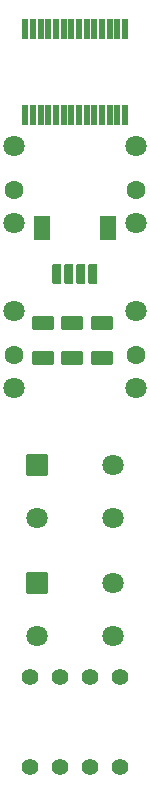
<source format=gbr>
%TF.GenerationSoftware,KiCad,Pcbnew,8.0.2*%
%TF.CreationDate,2024-05-27T22:07:24-04:00*%
%TF.ProjectId,tundraSaber,74756e64-7261-4536-9162-65722e6b6963,rev?*%
%TF.SameCoordinates,Original*%
%TF.FileFunction,Soldermask,Bot*%
%TF.FilePolarity,Negative*%
%FSLAX46Y46*%
G04 Gerber Fmt 4.6, Leading zero omitted, Abs format (unit mm)*
G04 Created by KiCad (PCBNEW 8.0.2) date 2024-05-27 22:07:24*
%MOMM*%
%LPD*%
G01*
G04 APERTURE LIST*
G04 Aperture macros list*
%AMRoundRect*
0 Rectangle with rounded corners*
0 $1 Rounding radius*
0 $2 $3 $4 $5 $6 $7 $8 $9 X,Y pos of 4 corners*
0 Add a 4 corners polygon primitive as box body*
4,1,4,$2,$3,$4,$5,$6,$7,$8,$9,$2,$3,0*
0 Add four circle primitives for the rounded corners*
1,1,$1+$1,$2,$3*
1,1,$1+$1,$4,$5*
1,1,$1+$1,$6,$7*
1,1,$1+$1,$8,$9*
0 Add four rect primitives between the rounded corners*
20,1,$1+$1,$2,$3,$4,$5,0*
20,1,$1+$1,$4,$5,$6,$7,0*
20,1,$1+$1,$6,$7,$8,$9,0*
20,1,$1+$1,$8,$9,$2,$3,0*%
G04 Aperture macros list end*
%ADD10RoundRect,0.272087X-0.678713X0.353713X-0.678713X-0.353713X0.678713X-0.353713X0.678713X0.353713X0*%
%ADD11C,1.409700*%
%ADD12RoundRect,0.050800X-0.850000X-0.850000X0.850000X-0.850000X0.850000X0.850000X-0.850000X0.850000X0*%
%ADD13C,1.801600*%
%ADD14RoundRect,0.050800X0.215900X-0.827800X0.215900X0.827800X-0.215900X0.827800X-0.215900X-0.827800X0*%
%ADD15RoundRect,0.050800X0.647700X-0.952500X0.647700X0.952500X-0.647700X0.952500X-0.647700X-0.952500X0*%
%ADD16RoundRect,0.050800X0.330200X0.774700X-0.330200X0.774700X-0.330200X-0.774700X0.330200X-0.774700X0*%
%ADD17C,1.803400*%
%ADD18C,1.600200*%
G04 APERTURE END LIST*
D10*
%TO.C,C3*%
X-2750000Y51225000D03*
X-2750000Y48275000D03*
%TD*%
%TO.C,C2*%
X-250000Y51225000D03*
X-250000Y48275000D03*
%TD*%
%TO.C,C1*%
X2250000Y51225000D03*
X2250000Y48275000D03*
%TD*%
D11*
%TO.C,SW3*%
X3810000Y21310000D03*
X1270000Y21310000D03*
X-1270000Y21310000D03*
X-3810000Y21310000D03*
X-3810000Y13690000D03*
X-1270000Y13690000D03*
X1270000Y13690000D03*
X3810000Y13690000D03*
%TD*%
D12*
%TO.C,SW1*%
X-3250000Y39250000D03*
D13*
X3250000Y39250000D03*
X-3250000Y34750000D03*
X3250000Y34750000D03*
%TD*%
D12*
%TO.C,SW2*%
X-3250000Y29250000D03*
D13*
X3250000Y29250000D03*
X-3250000Y24750000D03*
X3250000Y24750000D03*
%TD*%
D14*
%TO.C,U1*%
X4225000Y76127801D03*
X3574999Y76127801D03*
X2925000Y76127801D03*
X2274999Y76127801D03*
X1625001Y76127801D03*
X974999Y76127801D03*
X325001Y76127801D03*
X-325001Y76127801D03*
X-974999Y76127801D03*
X-1625001Y76127801D03*
X-2274999Y76127801D03*
X-2925000Y76127801D03*
X-3574999Y76127801D03*
X-4225000Y76127801D03*
X-4224998Y68872199D03*
X-3574999Y68872199D03*
X-2924998Y68872199D03*
X-2274999Y68872199D03*
X-1624998Y68872199D03*
X-974999Y68872199D03*
X-324998Y68872199D03*
X325001Y68872199D03*
X974999Y68872199D03*
X1625001Y68872199D03*
X2274999Y68872199D03*
X2925000Y68872199D03*
X3574999Y68872199D03*
X4225000Y68872199D03*
%TD*%
D15*
%TO.C,J3*%
X-2799999Y59276501D03*
X2799999Y59276501D03*
D16*
X1500000Y55401500D03*
X499999Y55401500D03*
X-499999Y55401500D03*
X-1500000Y55401500D03*
%TD*%
D17*
%TO.C,J2*%
X5150000Y52250001D03*
D18*
X5150000Y48550000D03*
D17*
X5150000Y45749999D03*
X-5150000Y52250001D03*
D18*
X-5150000Y48550000D03*
D17*
X-5150000Y45749999D03*
%TD*%
%TO.C,J1*%
X-5150000Y59749999D03*
D18*
X-5150000Y62550000D03*
D17*
X-5150000Y66250001D03*
X5150000Y59749999D03*
D18*
X5150000Y62550000D03*
D17*
X5150000Y66250001D03*
%TD*%
M02*

</source>
